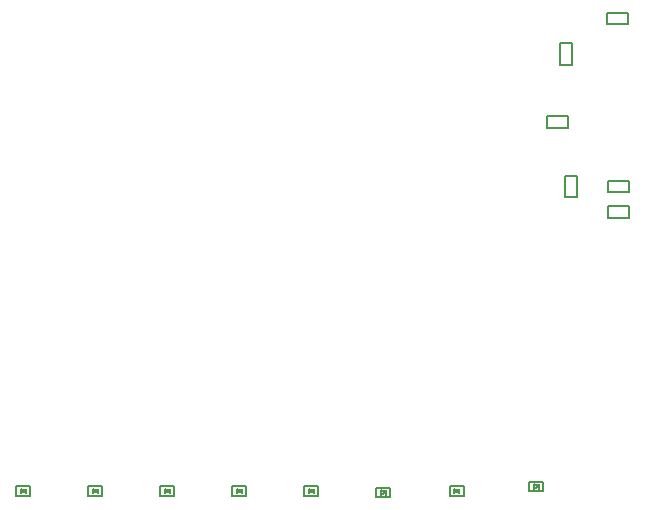
<source format=gbr>
G04*
G04 #@! TF.GenerationSoftware,Altium Limited,Altium Designer,23.2.1 (34)*
G04*
G04 Layer_Color=16711935*
%FSLAX25Y25*%
%MOIN*%
G70*
G04*
G04 #@! TF.SameCoordinates,168D8CC4-6B96-4916-8BE8-BBD7D9E71175*
G04*
G04*
G04 #@! TF.FilePolarity,Positive*
G04*
G01*
G75*
%ADD12C,0.00500*%
D12*
X234468Y176957D02*
Y184043D01*
X230531Y176957D02*
Y184043D01*
Y176957D02*
X234468D01*
X230531Y184043D02*
X234468D01*
X224457Y203969D02*
X231543D01*
X224457Y200032D02*
X231543D01*
Y203969D01*
X224457Y200032D02*
Y203969D01*
X232843Y221045D02*
Y228132D01*
X228906Y221045D02*
Y228132D01*
Y221045D02*
X232843D01*
X228906Y228132D02*
X232843D01*
X251465Y234610D02*
Y238390D01*
X244535Y234610D02*
Y238390D01*
Y234610D02*
X251465D01*
X244535Y238390D02*
X251465D01*
X251965Y178610D02*
Y182390D01*
X245035Y178610D02*
Y182390D01*
Y178610D02*
X251965D01*
X245035Y182390D02*
X251965D01*
Y170110D02*
Y173890D01*
X245035Y170110D02*
Y173890D01*
Y170110D02*
X251965D01*
X245035Y173890D02*
X251965D01*
X52362Y77425D02*
Y80575D01*
X47638Y77425D02*
Y80575D01*
X52362D01*
X47638Y77425D02*
X52362D01*
X49213Y78213D02*
Y79787D01*
Y78213D02*
X50787Y79000D01*
X49213Y79787D02*
X50787Y79000D01*
Y79787D01*
Y78213D02*
Y79000D01*
X223362Y78925D02*
Y82075D01*
X218638Y78925D02*
Y82075D01*
X223362D01*
X218638Y78925D02*
X223362D01*
X220213Y79713D02*
Y81287D01*
Y79713D02*
X221787Y80500D01*
X220213Y81287D02*
X221787Y80500D01*
Y81287D01*
Y79713D02*
Y80500D01*
X196862Y77425D02*
Y80575D01*
X192138Y77425D02*
Y80575D01*
X196862D01*
X192138Y77425D02*
X196862D01*
X193713Y78213D02*
Y79787D01*
Y78213D02*
X195287Y79000D01*
X193713Y79787D02*
X195287Y79000D01*
Y79787D01*
Y78213D02*
Y79000D01*
X172362Y76925D02*
Y80075D01*
X167638Y76925D02*
Y80075D01*
X172362D01*
X167638Y76925D02*
X172362D01*
X169213Y77713D02*
Y79287D01*
Y77713D02*
X170787Y78500D01*
X169213Y79287D02*
X170787Y78500D01*
Y79287D01*
Y77713D02*
Y78500D01*
X148362Y77425D02*
Y80575D01*
X143638Y77425D02*
Y80575D01*
X148362D01*
X143638Y77425D02*
X148362D01*
X145213Y78213D02*
Y79787D01*
Y78213D02*
X146787Y79000D01*
X145213Y79787D02*
X146787Y79000D01*
Y79787D01*
Y78213D02*
Y79000D01*
X124362Y77425D02*
Y80575D01*
X119638Y77425D02*
Y80575D01*
X124362D01*
X119638Y77425D02*
X124362D01*
X121213Y78213D02*
Y79787D01*
Y78213D02*
X122787Y79000D01*
X121213Y79787D02*
X122787Y79000D01*
Y79787D01*
Y78213D02*
Y79000D01*
X100362Y77425D02*
Y80575D01*
X95638Y77425D02*
Y80575D01*
X100362D01*
X95638Y77425D02*
X100362D01*
X97213Y78213D02*
Y79787D01*
Y78213D02*
X98787Y79000D01*
X97213Y79787D02*
X98787Y79000D01*
Y79787D01*
Y78213D02*
Y79000D01*
X76362Y77425D02*
Y80575D01*
X71638Y77425D02*
Y80575D01*
X76362D01*
X71638Y77425D02*
X76362D01*
X73213Y78213D02*
Y79787D01*
Y78213D02*
X74787Y79000D01*
X73213Y79787D02*
X74787Y79000D01*
Y79787D01*
Y78213D02*
Y79000D01*
M02*

</source>
